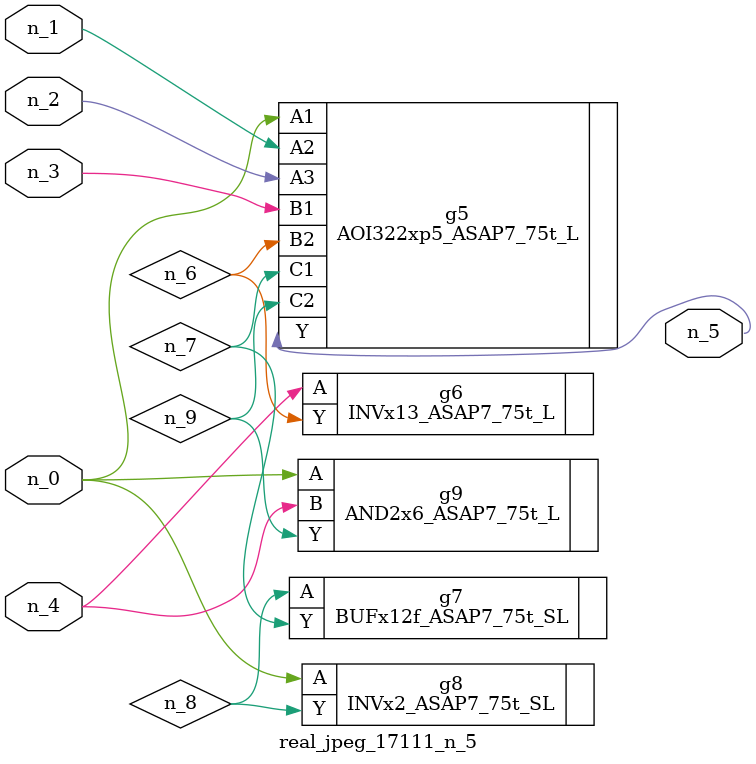
<source format=v>
module real_jpeg_17111_n_5 (n_4, n_0, n_1, n_2, n_3, n_5);

input n_4;
input n_0;
input n_1;
input n_2;
input n_3;

output n_5;

wire n_8;
wire n_6;
wire n_7;
wire n_9;

AOI322xp5_ASAP7_75t_L g5 ( 
.A1(n_0),
.A2(n_1),
.A3(n_2),
.B1(n_3),
.B2(n_6),
.C1(n_7),
.C2(n_9),
.Y(n_5)
);

INVx2_ASAP7_75t_SL g8 ( 
.A(n_0),
.Y(n_8)
);

AND2x6_ASAP7_75t_L g9 ( 
.A(n_0),
.B(n_4),
.Y(n_9)
);

INVx13_ASAP7_75t_L g6 ( 
.A(n_4),
.Y(n_6)
);

BUFx12f_ASAP7_75t_SL g7 ( 
.A(n_8),
.Y(n_7)
);


endmodule
</source>
